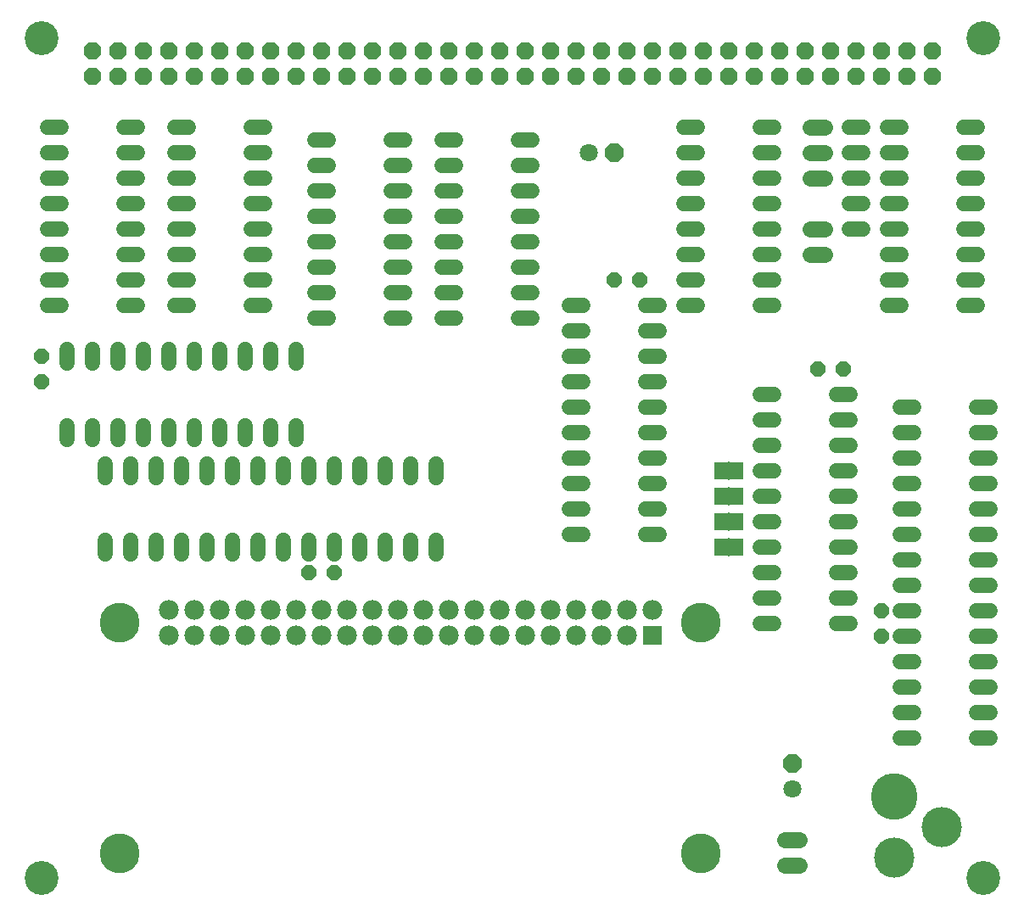
<source format=gts>
G75*
%MOIN*%
%OFA0B0*%
%FSLAX24Y24*%
%IPPOS*%
%LPD*%
%AMOC8*
5,1,8,0,0,1.08239X$1,22.5*
%
%ADD10C,0.1330*%
%ADD11OC8,0.0600*%
%ADD12OC8,0.0710*%
%ADD13C,0.0710*%
%ADD14C,0.0600*%
%ADD15R,0.0780X0.0780*%
%ADD16C,0.0780*%
%ADD17C,0.1563*%
%ADD18C,0.0640*%
%ADD19C,0.1830*%
%ADD20C,0.1580*%
%ADD21R,0.0540X0.0710*%
%ADD22R,0.0060X0.0720*%
%ADD23OC8,0.0680*%
D10*
X002180Y002234D03*
X002180Y035234D03*
X039180Y035234D03*
X039180Y002234D03*
D11*
X035180Y011734D03*
X035180Y012734D03*
X033680Y022234D03*
X032680Y022234D03*
X025680Y025734D03*
X024680Y025734D03*
X013680Y014234D03*
X012680Y014234D03*
X002180Y021734D03*
X002180Y022734D03*
D12*
X024680Y030734D03*
X031680Y006734D03*
D13*
X031680Y005734D03*
X023680Y030734D03*
D14*
X021440Y030234D02*
X020920Y030234D01*
X020920Y029234D02*
X021440Y029234D01*
X021440Y028234D02*
X020920Y028234D01*
X020920Y027234D02*
X021440Y027234D01*
X021440Y026234D02*
X020920Y026234D01*
X020920Y025234D02*
X021440Y025234D01*
X021440Y024234D02*
X020920Y024234D01*
X022920Y023734D02*
X023440Y023734D01*
X023440Y022734D02*
X022920Y022734D01*
X022920Y021734D02*
X023440Y021734D01*
X023440Y020734D02*
X022920Y020734D01*
X022920Y019734D02*
X023440Y019734D01*
X023440Y018734D02*
X022920Y018734D01*
X022920Y017734D02*
X023440Y017734D01*
X023440Y016734D02*
X022920Y016734D01*
X022920Y015734D02*
X023440Y015734D01*
X025920Y015734D02*
X026440Y015734D01*
X026440Y016734D02*
X025920Y016734D01*
X025920Y017734D02*
X026440Y017734D01*
X026440Y018734D02*
X025920Y018734D01*
X025920Y019734D02*
X026440Y019734D01*
X026440Y020734D02*
X025920Y020734D01*
X025920Y021734D02*
X026440Y021734D01*
X026440Y022734D02*
X025920Y022734D01*
X025920Y023734D02*
X026440Y023734D01*
X026440Y024734D02*
X025920Y024734D01*
X027420Y024734D02*
X027940Y024734D01*
X027940Y025734D02*
X027420Y025734D01*
X027420Y026734D02*
X027940Y026734D01*
X027940Y027734D02*
X027420Y027734D01*
X027420Y028734D02*
X027940Y028734D01*
X027940Y029734D02*
X027420Y029734D01*
X027420Y030734D02*
X027940Y030734D01*
X027940Y031734D02*
X027420Y031734D01*
X030420Y031734D02*
X030940Y031734D01*
X030940Y030734D02*
X030420Y030734D01*
X030420Y029734D02*
X030940Y029734D01*
X030940Y028734D02*
X030420Y028734D01*
X030420Y027734D02*
X030940Y027734D01*
X030940Y026734D02*
X030420Y026734D01*
X030420Y025734D02*
X030940Y025734D01*
X030940Y024734D02*
X030420Y024734D01*
X033920Y027734D02*
X034440Y027734D01*
X035420Y027734D02*
X035940Y027734D01*
X035940Y028734D02*
X035420Y028734D01*
X034440Y028734D02*
X033920Y028734D01*
X033920Y029734D02*
X034440Y029734D01*
X035420Y029734D02*
X035940Y029734D01*
X035940Y030734D02*
X035420Y030734D01*
X034440Y030734D02*
X033920Y030734D01*
X033920Y031734D02*
X034440Y031734D01*
X035420Y031734D02*
X035940Y031734D01*
X038420Y031734D02*
X038940Y031734D01*
X038940Y030734D02*
X038420Y030734D01*
X038420Y029734D02*
X038940Y029734D01*
X038940Y028734D02*
X038420Y028734D01*
X038420Y027734D02*
X038940Y027734D01*
X038940Y026734D02*
X038420Y026734D01*
X038420Y025734D02*
X038940Y025734D01*
X038940Y024734D02*
X038420Y024734D01*
X035940Y024734D02*
X035420Y024734D01*
X035420Y025734D02*
X035940Y025734D01*
X035940Y026734D02*
X035420Y026734D01*
X033940Y021234D02*
X033420Y021234D01*
X033420Y020234D02*
X033940Y020234D01*
X033940Y019234D02*
X033420Y019234D01*
X033420Y018234D02*
X033940Y018234D01*
X033940Y017234D02*
X033420Y017234D01*
X033420Y016234D02*
X033940Y016234D01*
X033940Y015234D02*
X033420Y015234D01*
X033420Y014234D02*
X033940Y014234D01*
X033940Y013234D02*
X033420Y013234D01*
X033420Y012234D02*
X033940Y012234D01*
X035920Y011734D02*
X036440Y011734D01*
X036440Y010734D02*
X035920Y010734D01*
X035920Y009734D02*
X036440Y009734D01*
X036440Y008734D02*
X035920Y008734D01*
X035920Y007734D02*
X036440Y007734D01*
X038920Y007734D02*
X039440Y007734D01*
X039440Y008734D02*
X038920Y008734D01*
X038920Y009734D02*
X039440Y009734D01*
X039440Y010734D02*
X038920Y010734D01*
X038920Y011734D02*
X039440Y011734D01*
X039440Y012734D02*
X038920Y012734D01*
X038920Y013734D02*
X039440Y013734D01*
X039440Y014734D02*
X038920Y014734D01*
X038920Y015734D02*
X039440Y015734D01*
X039440Y016734D02*
X038920Y016734D01*
X038920Y017734D02*
X039440Y017734D01*
X039440Y018734D02*
X038920Y018734D01*
X038920Y019734D02*
X039440Y019734D01*
X039440Y020734D02*
X038920Y020734D01*
X036440Y020734D02*
X035920Y020734D01*
X035920Y019734D02*
X036440Y019734D01*
X036440Y018734D02*
X035920Y018734D01*
X035920Y017734D02*
X036440Y017734D01*
X036440Y016734D02*
X035920Y016734D01*
X035920Y015734D02*
X036440Y015734D01*
X036440Y014734D02*
X035920Y014734D01*
X035920Y013734D02*
X036440Y013734D01*
X036440Y012734D02*
X035920Y012734D01*
X030940Y012234D02*
X030420Y012234D01*
X030420Y013234D02*
X030940Y013234D01*
X030940Y014234D02*
X030420Y014234D01*
X030420Y015234D02*
X030940Y015234D01*
X030940Y016234D02*
X030420Y016234D01*
X030420Y017234D02*
X030940Y017234D01*
X030940Y018234D02*
X030420Y018234D01*
X030420Y019234D02*
X030940Y019234D01*
X030940Y020234D02*
X030420Y020234D01*
X030420Y021234D02*
X030940Y021234D01*
X023440Y024734D02*
X022920Y024734D01*
X018440Y024234D02*
X017920Y024234D01*
X017920Y025234D02*
X018440Y025234D01*
X018440Y026234D02*
X017920Y026234D01*
X017920Y027234D02*
X018440Y027234D01*
X018440Y028234D02*
X017920Y028234D01*
X017920Y029234D02*
X018440Y029234D01*
X018440Y030234D02*
X017920Y030234D01*
X017920Y031234D02*
X018440Y031234D01*
X016440Y031234D02*
X015920Y031234D01*
X015920Y030234D02*
X016440Y030234D01*
X016440Y029234D02*
X015920Y029234D01*
X015920Y028234D02*
X016440Y028234D01*
X016440Y027234D02*
X015920Y027234D01*
X015920Y026234D02*
X016440Y026234D01*
X016440Y025234D02*
X015920Y025234D01*
X015920Y024234D02*
X016440Y024234D01*
X013440Y024234D02*
X012920Y024234D01*
X012920Y025234D02*
X013440Y025234D01*
X013440Y026234D02*
X012920Y026234D01*
X012920Y027234D02*
X013440Y027234D01*
X013440Y028234D02*
X012920Y028234D01*
X012920Y029234D02*
X013440Y029234D01*
X013440Y030234D02*
X012920Y030234D01*
X012920Y031234D02*
X013440Y031234D01*
X010940Y030734D02*
X010420Y030734D01*
X010420Y031734D02*
X010940Y031734D01*
X010940Y029734D02*
X010420Y029734D01*
X010420Y028734D02*
X010940Y028734D01*
X010940Y027734D02*
X010420Y027734D01*
X010420Y026734D02*
X010940Y026734D01*
X010940Y025734D02*
X010420Y025734D01*
X010420Y024734D02*
X010940Y024734D01*
X011180Y022994D02*
X011180Y022474D01*
X012180Y022474D02*
X012180Y022994D01*
X010180Y022994D02*
X010180Y022474D01*
X009180Y022474D02*
X009180Y022994D01*
X008180Y022994D02*
X008180Y022474D01*
X007180Y022474D02*
X007180Y022994D01*
X006180Y022994D02*
X006180Y022474D01*
X005180Y022474D02*
X005180Y022994D01*
X004180Y022994D02*
X004180Y022474D01*
X003180Y022474D02*
X003180Y022994D01*
X002940Y024734D02*
X002420Y024734D01*
X002420Y025734D02*
X002940Y025734D01*
X002940Y026734D02*
X002420Y026734D01*
X002420Y027734D02*
X002940Y027734D01*
X002940Y028734D02*
X002420Y028734D01*
X002420Y029734D02*
X002940Y029734D01*
X002940Y030734D02*
X002420Y030734D01*
X002420Y031734D02*
X002940Y031734D01*
X005420Y031734D02*
X005940Y031734D01*
X005940Y030734D02*
X005420Y030734D01*
X005420Y029734D02*
X005940Y029734D01*
X005940Y028734D02*
X005420Y028734D01*
X005420Y027734D02*
X005940Y027734D01*
X005940Y026734D02*
X005420Y026734D01*
X005420Y025734D02*
X005940Y025734D01*
X005940Y024734D02*
X005420Y024734D01*
X007420Y024734D02*
X007940Y024734D01*
X007940Y025734D02*
X007420Y025734D01*
X007420Y026734D02*
X007940Y026734D01*
X007940Y027734D02*
X007420Y027734D01*
X007420Y028734D02*
X007940Y028734D01*
X007940Y029734D02*
X007420Y029734D01*
X007420Y030734D02*
X007940Y030734D01*
X007940Y031734D02*
X007420Y031734D01*
X007180Y019994D02*
X007180Y019474D01*
X006180Y019474D02*
X006180Y019994D01*
X005180Y019994D02*
X005180Y019474D01*
X004180Y019474D02*
X004180Y019994D01*
X003180Y019994D02*
X003180Y019474D01*
X004680Y018494D02*
X004680Y017974D01*
X005680Y017974D02*
X005680Y018494D01*
X006680Y018494D02*
X006680Y017974D01*
X007680Y017974D02*
X007680Y018494D01*
X008180Y019474D02*
X008180Y019994D01*
X009180Y019994D02*
X009180Y019474D01*
X010180Y019474D02*
X010180Y019994D01*
X011180Y019994D02*
X011180Y019474D01*
X012180Y019474D02*
X012180Y019994D01*
X011680Y018494D02*
X011680Y017974D01*
X010680Y017974D02*
X010680Y018494D01*
X009680Y018494D02*
X009680Y017974D01*
X008680Y017974D02*
X008680Y018494D01*
X008680Y015494D02*
X008680Y014974D01*
X009680Y014974D02*
X009680Y015494D01*
X010680Y015494D02*
X010680Y014974D01*
X011680Y014974D02*
X011680Y015494D01*
X012680Y015494D02*
X012680Y014974D01*
X013680Y014974D02*
X013680Y015494D01*
X014680Y015494D02*
X014680Y014974D01*
X015680Y014974D02*
X015680Y015494D01*
X016680Y015494D02*
X016680Y014974D01*
X017680Y014974D02*
X017680Y015494D01*
X017680Y017974D02*
X017680Y018494D01*
X016680Y018494D02*
X016680Y017974D01*
X015680Y017974D02*
X015680Y018494D01*
X014680Y018494D02*
X014680Y017974D01*
X013680Y017974D02*
X013680Y018494D01*
X012680Y018494D02*
X012680Y017974D01*
X007680Y015494D02*
X007680Y014974D01*
X006680Y014974D02*
X006680Y015494D01*
X005680Y015494D02*
X005680Y014974D01*
X004680Y014974D02*
X004680Y015494D01*
X020920Y031234D02*
X021440Y031234D01*
D15*
X026180Y011762D03*
D16*
X025180Y011762D03*
X024180Y011762D03*
X023180Y011762D03*
X022180Y011762D03*
X021180Y011762D03*
X020180Y011762D03*
X019180Y011762D03*
X018180Y011762D03*
X017180Y011762D03*
X016180Y011762D03*
X015180Y011762D03*
X014180Y011762D03*
X013180Y011762D03*
X012180Y011762D03*
X011180Y011762D03*
X010180Y011762D03*
X009180Y011762D03*
X008180Y011762D03*
X007180Y011762D03*
X007180Y012762D03*
X008180Y012762D03*
X009180Y012762D03*
X010180Y012762D03*
X011180Y012762D03*
X012180Y012762D03*
X013180Y012762D03*
X014180Y012762D03*
X015180Y012762D03*
X016180Y012762D03*
X017180Y012762D03*
X018180Y012762D03*
X019180Y012762D03*
X020180Y012762D03*
X021180Y012762D03*
X022180Y012762D03*
X023180Y012762D03*
X024180Y012762D03*
X025180Y012762D03*
X026180Y012762D03*
D17*
X028097Y012262D03*
X028097Y003207D03*
X005263Y003207D03*
X005263Y012262D03*
D18*
X031400Y003734D02*
X031960Y003734D01*
X031960Y002734D02*
X031400Y002734D01*
X032400Y026734D02*
X032960Y026734D01*
X032960Y027734D02*
X032400Y027734D01*
X032400Y029734D02*
X032960Y029734D01*
X032960Y030734D02*
X032400Y030734D01*
X032400Y031734D02*
X032960Y031734D01*
D19*
X035680Y005455D03*
D20*
X037570Y004234D03*
X035680Y003053D03*
D21*
X029480Y015234D03*
X028880Y015234D03*
X028880Y016234D03*
X029480Y016234D03*
X029480Y017234D03*
X028880Y017234D03*
X028880Y018234D03*
X029480Y018234D03*
D22*
X029180Y018234D03*
X029180Y017234D03*
X029180Y016234D03*
X029180Y015234D03*
D23*
X029180Y033734D03*
X030180Y033734D03*
X031180Y033734D03*
X032180Y033734D03*
X033180Y033734D03*
X034180Y033734D03*
X035180Y033734D03*
X036180Y033734D03*
X037180Y033734D03*
X037180Y034734D03*
X036180Y034734D03*
X035180Y034734D03*
X034180Y034734D03*
X033180Y034734D03*
X032180Y034734D03*
X031180Y034734D03*
X030180Y034734D03*
X029180Y034734D03*
X028180Y034734D03*
X027180Y034734D03*
X026180Y034734D03*
X026180Y033734D03*
X027180Y033734D03*
X028180Y033734D03*
X025180Y033734D03*
X024180Y033734D03*
X023180Y033734D03*
X022180Y033734D03*
X021180Y033734D03*
X020180Y033734D03*
X019180Y033734D03*
X018180Y033734D03*
X017180Y033734D03*
X016180Y033734D03*
X015180Y033734D03*
X014180Y033734D03*
X013180Y033734D03*
X012180Y033734D03*
X011180Y033734D03*
X010180Y033734D03*
X009180Y033734D03*
X008180Y033734D03*
X007180Y033734D03*
X006180Y033734D03*
X005180Y033734D03*
X004180Y033734D03*
X004180Y034734D03*
X005180Y034734D03*
X006180Y034734D03*
X007180Y034734D03*
X008180Y034734D03*
X009180Y034734D03*
X010180Y034734D03*
X011180Y034734D03*
X012180Y034734D03*
X013180Y034734D03*
X014180Y034734D03*
X015180Y034734D03*
X016180Y034734D03*
X017180Y034734D03*
X018180Y034734D03*
X019180Y034734D03*
X020180Y034734D03*
X021180Y034734D03*
X022180Y034734D03*
X023180Y034734D03*
X024180Y034734D03*
X025180Y034734D03*
M02*

</source>
